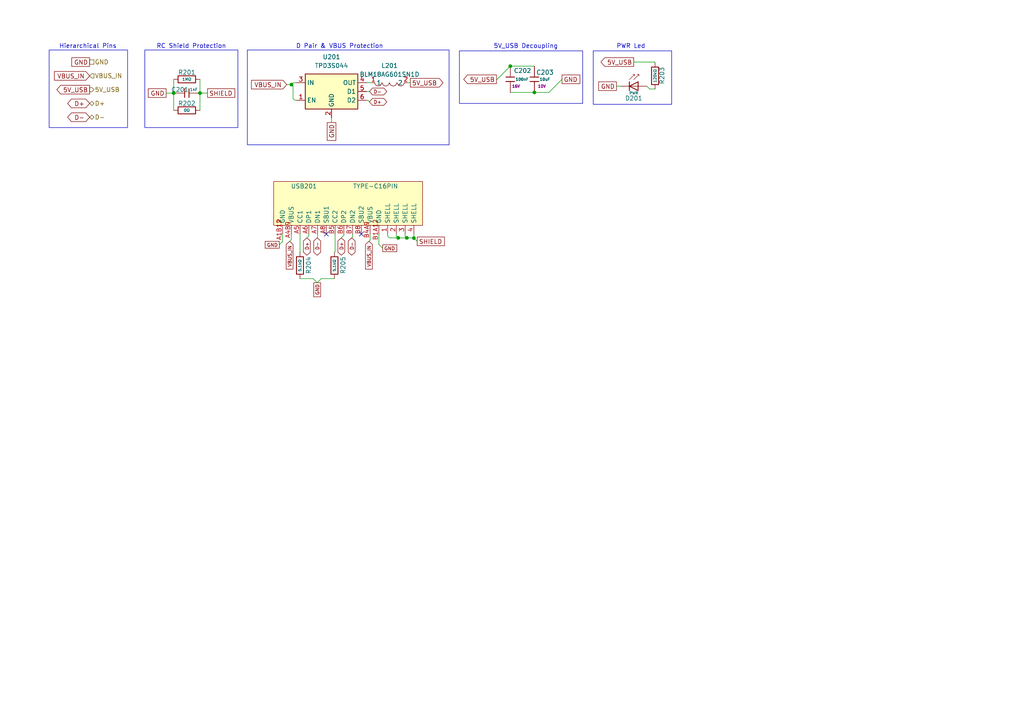
<source format=kicad_sch>
(kicad_sch (version 20250114) (generator "eeschema") (generator_version "9.0")
  (paper "A4")
  (lib_symbols
    (symbol "LCSC_Cache:BLM18AG601SN1D"
      (property "Reference" "L" (at 0 5.08 0))
      (property "Value" "BLM18AG601SN1D" (at 0 -5.08 0))
      (symbol "BLM18AG601SN1D_0_1"
        (arc (start -2.27 -0.02) (mid -3.28 -0.937) (end -4.29 -0.02))
        (arc (start -0.11 -0.02) (mid -1.12 -0.937) (end -2.13 -0.02))
        (arc (start 2.04 -0.02) (mid 1.03 -0.937) (end 0.02 -0.02))
        (arc (start 4.23 -0.02) (mid 3.22 -0.9448) (end 2.21 -0.02))
        (pin unspecified line (at -5.08 0 0) (length 0.762) (name "1") (number "1"))
        (pin unspecified line (at 5.08 0 180) (length 0.762) (name "2") (number "2"))
      )
    )
    (symbol "LCSC_Cache:TYPE-C16PIN"
      (property "Reference" "USB" (at 0 24.13 0))
      (property "Value" "TYPE-C16PIN" (at 0 -24.13 0))
      (symbol "TYPE-C16PIN_0_1"
        (rectangle (start -6.35 21.59) (end 6.35 -21.59) (fill (type background)))
        (circle (center -5.08 20.32) (radius 0.38))
        (pin unspecified line (at -8.89 19.05 0) (length 2.54) (name "GND") (number "A1B12"))
        (pin unspecified line (at -8.89 16.51 0) (length 2.54) (name "VBUS") (number "A4B9"))
        (pin unspecified line (at -8.89 13.97 0) (length 2.54) (name "CC1") (number "A5"))
        (pin unspecified line (at -8.89 11.43 0) (length 2.54) (name "DP1") (number "A6"))
        (pin unspecified line (at -8.89 8.89 0) (length 2.54) (name "DN1") (number "A7"))
        (pin unspecified line (at -8.89 6.35 0) (length 2.54) (name "SBU1") (number "A8"))
        (pin unspecified line (at -8.89 3.81 0) (length 2.54) (name "CC2") (number "B5"))
        (pin unspecified line (at -8.89 1.27 0) (length 2.54) (name "DP2") (number "B6"))
        (pin unspecified line (at -8.89 -1.27 0) (length 2.54) (name "DN2") (number "B7"))
        (pin unspecified line (at -8.89 -3.81 0) (length 2.54) (name "SBU2") (number "B8"))
        (pin unspecified line (at -8.89 -6.35 0) (length 2.54) (name "VBUS") (number "B4A9"))
        (pin unspecified line (at -8.89 -8.89 0) (length 2.54) (name "GND") (number "B1A12"))
        (pin unspecified line (at -8.89 -11.43 0) (length 2.54) (name "SHELL") (number "1"))
        (pin unspecified line (at -8.89 -13.97 0) (length 2.54) (name "SHELL") (number "2"))
        (pin unspecified line (at -8.89 -16.51 0) (length 2.54) (name "SHELL") (number "3"))
        (pin unspecified line (at -8.89 -19.05 0) (length 2.54) (name "SHELL") (number "4"))
      )
    )
    (symbol "PCM_JLCPCB-Capacitors:0402,100nF" (pin_numbers (hide yes)) (pin_names (offset 0))
      (property "Reference" "C" (at 2.032 1.668 0))
      (property "Value" "100nF" (at 2.032 -0.3782 0))
      (property "Voltage Rated" "16V" (at 2.032 -2.0462 0))
      (symbol "0402,100nF_0_1"
        (polyline (pts (xy -1.27 0.635) (xy 1.27 0.635)) (stroke (width 0.254)))
        (polyline (pts (xy -1.27 -0.635) (xy 1.27 -0.635)) (stroke (width 0.254)))
      )
      (symbol "0402,100nF_1_1"
        (pin passive line (at 0 3.81 270) (length 3.175) (name "~") (number "1"))
        (pin passive line (at 0 -3.81 90) (length 3.175) (name "~") (number "2"))
      )
    )
    (symbol "PCM_JLCPCB-Capacitors:0402,1nF" (pin_numbers (hide yes)) (pin_names (offset 0))
      (property "Reference" "C" (at 2.032 1.668 0))
      (property "Value" "1nF" (at 2.032 -0.3782 0))
      (property "Voltage Rated" "50V" (at 2.032 -2.0462 0))
      (symbol "0402,1nF_0_1"
        (polyline (pts (xy -1.27 0.635) (xy 1.27 0.635)) (stroke (width 0.254)))
        (polyline (pts (xy -1.27 -0.635) (xy 1.27 -0.635)) (stroke (width 0.254)))
      )
      (symbol "0402,1nF_1_1"
        (pin passive line (at 0 3.81 270) (length 3.175) (name "~") (number "1"))
        (pin passive line (at 0 -3.81 90) (length 3.175) (name "~") (number "2"))
      )
    )
    (symbol "PCM_JLCPCB-Capacitors:0603,10uF" (pin_numbers (hide yes)) (pin_names (offset 0))
      (property "Reference" "C" (at 2.032 1.668 0))
      (property "Value" "10uF" (at 2.032 -0.3782 0))
      (property "Voltage Rated" "10V" (at 2.032 -2.0462 0))
      (symbol "0603,10uF_0_1"
        (polyline (pts (xy -1.27 0.635) (xy 1.27 0.635)) (stroke (width 0.254)))
        (polyline (pts (xy -1.27 -0.635) (xy 1.27 -0.635)) (stroke (width 0.254)))
      )
      (symbol "0603,10uF_1_1"
        (pin passive line (at 0 3.81 270) (length 3.175) (name "~") (number "1"))
        (pin passive line (at 0 -3.81 90) (length 3.175) (name "~") (number "2"))
      )
    )
    (symbol "PCM_JLCPCB-Diodes:LED,0603,Red" (pin_numbers (hide yes)) (pin_names (offset 0))
      (property "Reference" "D" (at 2.032 0.834 0))
      (property "Value" "Red" (at 2.032 -1.2122 0))
      (symbol "LED,0603,Red_0_1"
        (polyline (pts (xy -1.905 0) (xy -3.429 1.524) (xy -3.429 1.016) (xy -3.429 1.524) (xy -2.921 1.524)) (stroke (width 0.127)))
        (polyline (pts (xy -1.905 -1.27) (xy -3.429 0.254) (xy -3.429 -0.254) (xy -3.429 0.254) (xy -2.921 0.254)) (stroke (width 0.127)))
        (polyline (pts (xy -1.27 1.27) (xy 0 -1.27) (xy 1.27 1.27) (xy -1.27 1.27)) (stroke (width 0.254)))
        (polyline (pts (xy -1.27 -1.27) (xy 1.27 -1.27)) (stroke (width 0.254)))
      )
      (symbol "LED,0603,Red_1_1"
        (pin passive line (at 0 3.81 270) (length 3.81) (name "~") (number "2"))
        (pin passive line (at 0 -3.81 90) (length 3.81) (name "~") (number "1"))
      )
    )
    (symbol "PCM_JLCPCB-Resistors:0402,0Ω" (pin_numbers (hide yes)) (pin_names (offset 0))
      (property "Reference" "R" (at 1.778 0 0))
      (property "Value" "0Ω" (at 0 0 90))
      (symbol "0402,0Ω_0_1"
        (rectangle (start -1.016 2.54) (end 1.016 -2.54) (stroke (width 0.254)))
      )
      (symbol "0402,0Ω_1_1"
        (pin passive line (at 0 3.81 270) (length 1.27) (name "~") (number "1"))
        (pin passive line (at 0 -3.81 90) (length 1.27) (name "~") (number "2"))
      )
    )
    (symbol "PCM_JLCPCB-Resistors:0402,120kΩ" (pin_numbers (hide yes)) (pin_names (offset 0))
      (property "Reference" "R" (at 1.778 0 0))
      (property "Value" "120kΩ" (at 0 0 90))
      (symbol "0402,120kΩ_0_1"
        (rectangle (start -1.016 2.54) (end 1.016 -2.54) (stroke (width 0.254)))
      )
      (symbol "0402,120kΩ_1_1"
        (pin passive line (at 0 3.81 270) (length 1.27) (name "~") (number "1"))
        (pin passive line (at 0 -3.81 90) (length 1.27) (name "~") (number "2"))
      )
    )
    (symbol "PCM_JLCPCB-Resistors:0402,1MΩ" (pin_numbers (hide yes)) (pin_names (offset 0))
      (property "Reference" "R" (at 1.778 0 0))
      (property "Value" "1MΩ" (at 0 0 90))
      (symbol "0402,1MΩ_0_1"
        (rectangle (start -1.016 2.54) (end 1.016 -2.54) (stroke (width 0.254)))
      )
      (symbol "0402,1MΩ_1_1"
        (pin passive line (at 0 3.81 270) (length 1.27) (name "~") (number "1"))
        (pin passive line (at 0 -3.81 90) (length 1.27) (name "~") (number "2"))
      )
    )
    (symbol "PCM_JLCPCB-Resistors:0402,5.1kΩ" (pin_numbers (hide yes)) (pin_names (offset 0))
      (property "Reference" "R" (at 1.778 0 0))
      (property "Value" "5.1kΩ" (at 0 0 90))
      (symbol "0402,5.1kΩ_0_1"
        (rectangle (start -1.016 2.54) (end 1.016 -2.54) (stroke (width 0.254)))
      )
      (symbol "0402,5.1kΩ_1_1"
        (pin passive line (at 0 3.81 270) (length 1.27) (name "~") (number "1"))
        (pin passive line (at 0 -3.81 90) (length 1.27) (name "~") (number "2"))
      )
    )
    (symbol "Power_Protection:TPD3S044"
      (property "Reference" "U" (at -6.35 6.35 0))
      (property "Value" "TPD3S044" (at 2.54 6.35 0))
      (symbol "TPD3S044_0_1"
        (rectangle (start -7.62 5.08) (end 7.62 -5.08) (stroke (width 0.254)) (fill (type background)))
      )
      (symbol "TPD3S044_1_1"
        (pin power_in line (at -10.16 2.54 0) (length 2.54) (name "IN") (number "3"))
        (pin input line (at -10.16 -2.54 0) (length 2.54) (name "EN") (number "1"))
        (pin power_in line (at 0 -7.62 90) (length 2.54) (name "GND") (number "2"))
        (pin passive line (at 10.16 2.54 180) (length 2.54) (name "OUT") (number "4"))
        (pin passive line (at 10.16 0 180) (length 2.54) (name "D1") (number "5"))
        (pin passive line (at 10.16 -2.54 180) (length 2.54) (name "D2") (number "6"))
      )
    )
  )
  (rectangle (start 42 14.5) (end 69 37))
  (rectangle (start 14.25 14.5) (end 37 37))
  (rectangle (start 172.06 14.75) (end 194.81 30.25))
  (rectangle (start 71.75 14.5) (end 130.25 42))
  (rectangle (start 133.25 14.75) (end 169 30))
  (text "PWR Led" (at 183 13.5 0) (effects (font (size 1.27 1.27))))
  (text "RC Shield Protection" (at 55.5 13.5 0) (effects (font (size 1.27 1.27))))
  (text "5V_USB Decoupling" (at 152.5 13.5 0) (effects (font (size 1.27 1.27))))
  (text "D Pair & VBUS Protection" (at 98.5 13.5 0) (effects (font (size 1.27 1.27))))
  (text "Hierarchical Pins" (at 25.5 13.5 0) (effects (font (size 1.27 1.27))))
  (junction (at 58 27))
  (junction (at 155 26.81))
  (junction (at 148 19.19))
  (junction (at 115.5 69))
  (junction (at 118 69))
  (junction (at 120.05 69.05))
  (junction (at 84.54 24.54))
  (junction (at 50.38 27))
  (no_connect (at 104.81 67.89))
  (no_connect (at 94.65 67.89))
  (wire (pts (xy 109.89 67.89) (xy 109.89 70.89)))
  (wire (pts (xy 120 69) (xy 120.05 69.05)))
  (wire (pts (xy 83.16 24.54) (xy 84.54 24.54)))
  (wire (pts (xy 117.51 67.89) (xy 117.51 68.51)))
  (wire (pts (xy 86 24) (xy 85.08 24)))
  (wire (pts (xy 48.19 27) (xy 50.38 27)))
  (wire (pts (xy 159.19 26.81) (xy 163 23)))
  (wire (pts (xy 87.03 73.16) (xy 87 73.19)))
  (wire (pts (xy 92.11 67.89) (xy 92.11 68.89)))
  (wire (pts (xy 107.35 67.89) (xy 107.35 69.65)))
  (wire (pts (xy 106.32 26.54) (xy 107.16 26.54)))
  (wire (pts (xy 58 27) (xy 58 32)))
  (wire (pts (xy 107.35 69.65) (xy 107 70)))
  (wire (pts (xy 99.73 68.27) (xy 99 69)))
  (wire (pts (xy 106.32 24) (xy 107.92 24)))
  (wire (pts (xy 112.43 68.43) (xy 113 69)))
  (wire (pts (xy 148 19.19) (xy 155 19.19)))
  (wire (pts (xy 118.08 24) (xy 119 24)))
  (wire (pts (xy 89.57 68.43) (xy 89 69)))
  (wire (pts (xy 96.16 34.16) (xy 96.16 35.54)))
  (wire (pts (xy 89.57 67.89) (xy 89.57 68.43)))
  (wire (pts (xy 97.19 67.89) (xy 97.19 73)))
  (wire (pts (xy 90.81 80.81) (xy 92 82)))
  (wire (pts (xy 190 25.81) (xy 188.43 25.81)))
  (wire (pts (xy 58 23) (xy 58 27)))
  (wire (pts (xy 97 80.81) (xy 93.19 80.81)))
  (wire (pts (xy 50.38 27) (xy 50.38 32)))
  (wire (pts (xy 188.43 25.81) (xy 187.62 25)))
  (wire (pts (xy 97.19 73) (xy 97 73.19)))
  (wire (pts (xy 120.05 67.89) (xy 120.05 69.05)))
  (wire (pts (xy 144.19 23) (xy 148 19.19)))
  (wire (pts (xy 114.97 68.47) (xy 115.5 69)))
  (wire (pts (xy 189.81 18) (xy 190 18.19)))
  (wire (pts (xy 85.08 24) (xy 84.54 24.54)))
  (wire (pts (xy 113 69) (xy 115.5 69)))
  (wire (pts (xy 81.95 70.05) (xy 81 71)))
  (wire (pts (xy 81.95 67.89) (xy 81.95 70.05)))
  (wire (pts (xy 106.32 29.08) (xy 106.7 29.08)))
  (wire (pts (xy 50.38 23) (xy 50.38 27)))
  (wire (pts (xy 92.11 68.89) (xy 92 69)))
  (wire (pts (xy 178.81 25) (xy 180 25)))
  (wire (pts (xy 84.49 69.51) (xy 84 70)))
  (wire (pts (xy 102.27 68.73) (xy 102 69)))
  (wire (pts (xy 115.5 69) (xy 118 69)))
  (wire (pts (xy 86 29.08) (xy 85.5 29.08)))
  (wire (pts (xy 85 28.58) (xy 85 25)))
  (wire (pts (xy 120.05 69.05) (xy 121 70)))
  (wire (pts (xy 99.73 67.89) (xy 99.73 68.27)))
  (wire (pts (xy 87.03 67.89) (xy 87.03 73.16)))
  (wire (pts (xy 148 26.81) (xy 155 26.81)))
  (wire (pts (xy 85 25) (xy 84.54 24.54)))
  (wire (pts (xy 58 27) (xy 60.19 27)))
  (wire (pts (xy 102.27 67.89) (xy 102.27 68.73)))
  (wire (pts (xy 85.5 29.08) (xy 85 28.58)))
  (wire (pts (xy 84.49 67.89) (xy 84.49 69.51)))
  (wire (pts (xy 106.7 29.08) (xy 107.16 29.54)))
  (wire (pts (xy 87 80.81) (xy 90.81 80.81)))
  (wire (pts (xy 155 26.81) (xy 159.19 26.81)))
  (wire (pts (xy 114.97 67.89) (xy 114.97 68.47)))
  (wire (pts (xy 118 69) (xy 120 69)))
  (wire (pts (xy 112.43 67.89) (xy 112.43 68.43)))
  (wire (pts (xy 117.51 68.51) (xy 118 69)))
  (wire (pts (xy 144 23) (xy 144.19 23)))
  (wire (pts (xy 109.89 70.89) (xy 111 72)))
  (wire (pts (xy 93.19 80.81) (xy 92 82)))
  (wire (pts (xy 183.81 18) (xy 189.81 18)))
  (global_label "D-" (shape bidirectional) (at 107.16 26.54 0) (effects (font (size 1 1))) (property "Intersheetrefs" "${INTERSHEET_REFS}" (effects (hide yes))))
  (global_label "VBUS_IN" (shape input) (at 107 70 270) (effects (font (size 1 1))) (property "Intersheetrefs" "${INTERSHEET_REFS}" (effects (hide yes))))
  (global_label "VBUS_IN" (shape input) (at 84 70 270) (effects (font (size 1 1))) (property "Intersheetrefs" "${INTERSHEET_REFS}" (effects (hide yes))))
  (global_label "D+" (shape bidirectional) (at 26 30 180) (property "Intersheetrefs" "${INTERSHEET_REFS}" (effects (hide yes))))
  (global_label "SHIELD" (shape passive) (at 60.19 27 0) (property "Intersheetrefs" "${INTERSHEET_REFS}" (effects (hide yes))))
  (global_label "5V_USB" (shape output) (at 144 23 180) (property "Intersheetrefs" "${INTERSHEET_REFS}" (effects (hide yes))))
  (global_label "D+" (shape bidirectional) (at 107.16 29.54 0) (effects (font (size 1 1))) (property "Intersheetrefs" "${INTERSHEET_REFS}" (effects (hide yes))))
  (global_label "GND" (shape passive) (at 111 72 0) (effects (font (size 1 1))) (property "Intersheetrefs" "${INTERSHEET_REFS}" (effects (hide yes))))
  (global_label "GND" (shape passive) (at 163 23 0) (property "Intersheetrefs" "${INTERSHEET_REFS}" (effects (hide yes))))
  (global_label "GND" (shape passive) (at 96.16 35.54 270) (property "Intersheetrefs" "${INTERSHEET_REFS}" (effects (hide yes))))
  (global_label "GND" (shape passive) (at 81 71 180) (effects (font (size 1 1))) (property "Intersheetrefs" "${INTERSHEET_REFS}" (effects (hide yes))))
  (global_label "D-" (shape bidirectional) (at 26 34 180) (property "Intersheetrefs" "${INTERSHEET_REFS}" (effects (hide yes))))
  (global_label "GND" (shape passive) (at 26 18 180) (property "Intersheetrefs" "${INTERSHEET_REFS}" (effects (hide yes))))
  (global_label "SHIELD" (shape passive) (at 121 70 0) (property "Intersheetrefs" "${INTERSHEET_REFS}" (effects (hide yes))))
  (global_label "5V_USB" (shape output) (at 26 26 180) (property "Intersheetrefs" "${INTERSHEET_REFS}" (effects (hide yes))))
  (global_label "VBUS_IN" (shape input) (at 26 22 180) (property "Intersheetrefs" "${INTERSHEET_REFS}" (effects (hide yes))))
  (global_label "D-" (shape bidirectional) (at 92 69 270) (effects (font (size 1 1))) (property "Intersheetrefs" "${INTERSHEET_REFS}" (effects (hide yes))))
  (global_label "GND" (shape passive) (at 178.81 25 180) (property "Intersheetrefs" "${INTERSHEET_REFS}" (effects (hide yes))))
  (global_label "5V_USB" (shape output) (at 119 24 0) (property "Intersheetrefs" "${INTERSHEET_REFS}" (effects (hide yes))))
  (global_label "5V_USB" (shape output) (at 183.81 18 180) (property "Intersheetrefs" "${INTERSHEET_REFS}" (effects (hide yes))))
  (global_label "D+" (shape bidirectional) (at 99 69 270) (effects (font (size 1 1))) (property "Intersheetrefs" "${INTERSHEET_REFS}" (effects (hide yes))))
  (global_label "GND" (shape passive) (at 48.19 27 180) (property "Intersheetrefs" "${INTERSHEET_REFS}" (effects (hide yes))))
  (global_label "D+" (shape bidirectional) (at 89 69 270) (effects (font (size 1 1))) (property "Intersheetrefs" "${INTERSHEET_REFS}" (effects (hide yes))))
  (global_label "VBUS_IN" (shape input) (at 83.16 24.54 180) (property "Intersheetrefs" "${INTERSHEET_REFS}" (effects (hide yes))))
  (global_label "D-" (shape bidirectional) (at 102 69 270) (effects (font (size 1 1))) (property "Intersheetrefs" "${INTERSHEET_REFS}" (effects (hide yes))))
  (global_label "GND" (shape passive) (at 92 82 270) (effects (font (size 1 1))) (property "Intersheetrefs" "${INTERSHEET_REFS}" (effects (hide yes))))
  (hierarchical_label "5V_USB" (shape output) (at 26 26 0))
  (hierarchical_label "D+" (shape bidirectional) (at 26 30 0))
  (hierarchical_label "GND" (shape passive) (at 26 18 0))
  (hierarchical_label "VBUS_IN" (shape input) (at 26 22 0))
  (hierarchical_label "D-" (shape bidirectional) (at 26 34 0))
  (symbol (lib_id "PCM_JLCPCB-Resistors:0402,5.1kΩ") (at 97 77 0) (unit 1)
    (property "Reference" "R205" (at 99.5 79.5 90) (effects (justify left)))
    (property "Value" "5.1kΩ" (at 97 77 90) (effects (font (size 0.8 0.8))))
    (property "Footprint" "PCM_JLCPCB:R_0402" (effects (hide yes)))
    (property "Datasheet" "https://www.lcsc.com/datasheet/lcsc_datasheet_2206010045_UNI-ROYAL-Uniroyal-Elec-0402WGF5101TCE_C25905.pdf" (effects (hide yes)))
    (property "Description" "62.5mW Thick Film Resistors 50V ±100ppm/°C ±1% 5.1kΩ 0402 Chip Resistor - Surface Mount ROHS" (effects (hide yes)))
    (property "LCSC" "C25905" (effects (hide yes)))
    (property "Stock" "3534773" (effects (hide yes)))
    (property "Price" "0.004USD" (effects (hide yes)))
    (property "Process" "SMT" (effects (hide yes)))
    (property "Minimum Qty" "20" (effects (hide yes)))
    (property "Attrition Qty" "10" (effects (hide yes)))
    (property "Class" "Basic Component" (effects (hide yes)))
    (property "Category" "Resistors,Chip Resistor - Surface Mount" (effects (hide yes)))
    (property "Manufacturer" "UNI-ROYAL(Uniroyal Elec)" (effects (hide yes)))
    (property "Part" "0402WGF5101TCE" (effects (hide yes)))
    (property "Resistance" "5.1kΩ" (effects (hide yes)))
    (property "Power(Watts)" "62.5mW" (effects (hide yes)))
    (property "Type" "Thick Film Resistors" (effects (hide yes)))
    (property "Overload Voltage (Max)" "50V" (effects (hide yes)))
    (property "Operating Temperature Range" "-55°C~+155°C" (effects (hide yes)))
    (property "Tolerance" "±1%" (effects (hide yes)))
    (property "Temperature Coefficient" "±100ppm/°C" (effects (hide yes)))
  )
  (symbol (lib_id "PCM_JLCPCB-Resistors:0402,1MΩ") (at 54.19 23 90) (unit 1)
    (property "Reference" "R201" (at 54.19 21 90))
    (property "Value" "1MΩ" (at 54.19 23 90) (effects (font (size 0.8 0.8))))
    (property "Footprint" "PCM_JLCPCB:R_0402" (effects (hide yes)))
    (property "Datasheet" "https://www.lcsc.com/datasheet/lcsc_datasheet_2206010030_UNI-ROYAL-Uniroyal-Elec-0402WGF1004TCE_C26083.pdf" (effects (hide yes)))
    (property "Description" "62.5mW Thick Film Resistors 50V ±100ppm/°C ±1% 1MΩ 0402 Chip Resistor - Surface Mount ROHS" (effects (hide yes)))
    (property "LCSC" "C26083" (effects (hide yes)))
    (property "Stock" "2969173" (effects (hide yes)))
    (property "Price" "0.004USD" (effects (hide yes)))
    (property "Process" "SMT" (effects (hide yes)))
    (property "Minimum Qty" "20" (effects (hide yes)))
    (property "Attrition Qty" "10" (effects (hide yes)))
    (property "Class" "Basic Component" (effects (hide yes)))
    (property "Category" "Resistors,Chip Resistor - Surface Mount" (effects (hide yes)))
    (property "Manufacturer" "UNI-ROYAL(Uniroyal Elec)" (effects (hide yes)))
    (property "Part" "0402WGF1004TCE" (effects (hide yes)))
    (property "Resistance" "1MΩ" (effects (hide yes)))
    (property "Power(Watts)" "62.5mW" (effects (hide yes)))
    (property "Type" "Thick Film Resistors" (effects (hide yes)))
    (property "Overload Voltage (Max)" "50V" (effects (hide yes)))
    (property "Operating Temperature Range" "-55°C~+155°C" (effects (hide yes)))
    (property "Tolerance" "±1%" (effects (hide yes)))
    (property "Temperature Coefficient" "±100ppm/°C" (effects (hide yes)))
  )
  (symbol (lib_id "PCM_JLCPCB-Resistors:0402,120kΩ") (at 190 22 0) (unit 1)
    (property "Reference" "R203" (at 192 24.5 90) (effects (justify left)))
    (property "Value" "120kΩ" (at 190 22 90) (effects (font (size 0.8 0.8))))
    (property "Footprint" "PCM_JLCPCB:R_0402" (effects (hide yes)))
    (property "Datasheet" "https://www.lcsc.com/datasheet/lcsc_datasheet_2206010100_UNI-ROYAL-Uniroyal-Elec-0402WGF1203TCE_C25750.pdf" (effects (hide yes)))
    (property "Description" "62.5mW Thick Film Resistors 50V ±100ppm/°C ±1% 120kΩ 0402 Chip Resistor - Surface Mount ROHS" (effects (hide yes)))
    (property "LCSC" "C25750" (effects (hide yes)))
    (property "Stock" "278904" (effects (hide yes)))
    (property "Price" "0.004USD" (effects (hide yes)))
    (property "Process" "SMT" (effects (hide yes)))
    (property "Minimum Qty" "20" (effects (hide yes)))
    (property "Attrition Qty" "10" (effects (hide yes)))
    (property "Class" "Preferred Component" (effects (hide yes)))
    (property "Category" "Resistors,Chip Resistor - Surface Mount" (effects (hide yes)))
    (property "Manufacturer" "UNI-ROYAL(Uniroyal Elec)" (effects (hide yes)))
    (property "Part" "0402WGF1203TCE" (effects (hide yes)))
    (property "Resistance" "120kΩ" (effects (hide yes)))
    (property "Power(Watts)" "62.5mW" (effects (hide yes)))
    (property "Type" "Thick Film Resistors" (effects (hide yes)))
    (property "Overload Voltage (Max)" "50V" (effects (hide yes)))
    (property "Operating Temperature Range" "-55°C~+155°C" (effects (hide yes)))
    (property "Tolerance" "±1%" (effects (hide yes)))
    (property "Temperature Coefficient" "±100ppm/°C" (effects (hide yes)))
  )
  (symbol (lib_id "PCM_JLCPCB-Capacitors:0603,10uF") (at 155 23 0) (unit 1)
    (property "Reference" "C203" (at 155.5 21 0) (effects (justify left)))
    (property "Value" "10uF" (at 156.5 23 0) (effects (font (size 0.8 0.8)) (justify left)))
    (property "Footprint" "PCM_JLCPCB:C_0603" (effects (hide yes)))
    (property "Datasheet" "https://www.lcsc.com/datasheet/lcsc_datasheet_2304140030_Samsung-Electro-Mechanics-CL10A106KP8NNNC_C19702.pdf" (effects (hide yes)))
    (property "Description" "10V 10uF X5R ±10% 0603 Multilayer Ceramic Capacitors MLCC - SMD/SMT ROHS" (effects (hide yes)))
    (property "LCSC" "C19702" (effects (hide yes)))
    (property "Stock" "9881407" (effects (hide yes)))
    (property "Price" "0.009USD" (effects (hide yes)))
    (property "Process" "SMT" (effects (hide yes)))
    (property "Minimum Qty" "20" (effects (hide yes)))
    (property "Attrition Qty" "10" (effects (hide yes)))
    (property "Class" "Basic Component" (effects (hide yes)))
    (property "Category" "Capacitors,Multilayer Ceramic Capacitors MLCC - SMD/SMT" (effects (hide yes)))
    (property "Manufacturer" "Samsung Electro-Mechanics" (effects (hide yes)))
    (property "Part" "CL10A106KP8NNNC" (effects (hide yes)))
    (property "Voltage Rated" "10V" (at 156 25 0) (effects (font (size 0.8 0.8)) (justify left)))
    (property "Tolerance" "±10%" (effects (hide yes)))
    (property "Capacitance" "10uF" (effects (hide yes)))
    (property "Temperature Coefficient" "X5R" (effects (hide yes)))
  )
  (symbol (lib_id "PCM_JLCPCB-Resistors:0402,0Ω") (at 54.19 32 90) (unit 1)
    (property "Reference" "R202" (at 54.19 30 90))
    (property "Value" "0Ω" (at 54.19 32 90) (effects (font (size 0.8 0.8))))
    (property "Footprint" "PCM_JLCPCB:R_0402" (effects (hide yes)))
    (property "Datasheet" "https://www.lcsc.com/datasheet/lcsc_datasheet_2206010216_UNI-ROYAL-Uniroyal-Elec-0402WGF0000TCE_C17168.pdf" (effects (hide yes)))
    (property "Description" "62.5mW Thick Film Resistors 50V ±800ppm/°C ±1% 0Ω 0402 Chip Resistor - Surface Mount ROHS" (effects (hide yes)))
    (property "LCSC" "C17168" (effects (hide yes)))
    (property "Stock" "9510686" (effects (hide yes)))
    (property "Price" "0.004USD" (effects (hide yes)))
    (property "Process" "SMT" (effects (hide yes)))
    (property "Minimum Qty" "20" (effects (hide yes)))
    (property "Attrition Qty" "10" (effects (hide yes)))
    (property "Class" "Basic Component" (effects (hide yes)))
    (property "Category" "Resistors,Chip Resistor - Surface Mount" (effects (hide yes)))
    (property "Manufacturer" "UNI-ROYAL(Uniroyal Elec)" (effects (hide yes)))
    (property "Part" "0402WGF0000TCE" (effects (hide yes)))
    (property "Resistance" "0Ω" (effects (hide yes)))
    (property "Power(Watts)" "62.5mW" (effects (hide yes)))
    (property "Type" "Thick Film Resistors" (effects (hide yes)))
    (property "Overload Voltage (Max)" "50V" (effects (hide yes)))
    (property "Operating Temperature Range" "-55°C~+155°C" (effects (hide yes)))
    (property "Tolerance" "±1%" (effects (hide yes)))
    (property "Temperature Coefficient" "±800ppm/°C" (effects (hide yes)))
  )
  (symbol (lib_id "PCM_JLCPCB-Capacitors:0402,100nF") (at 148 23 0) (unit 1)
    (property "Reference" "C202" (at 149 20.5 0) (effects (justify left)))
    (property "Value" "100nF" (at 149.5 23 0) (effects (font (size 0.8 0.8)) (justify left)))
    (property "Footprint" "PCM_JLCPCB:C_0402" (effects (hide yes)))
    (property "Datasheet" "https://www.lcsc.com/datasheet/lcsc_datasheet_2304140030_Samsung-Electro-Mechanics-CL05B104KO5NNNC_C1525.pdf" (effects (hide yes)))
    (property "Description" "16V 100nF X7R ±10% 0402 Multilayer Ceramic Capacitors MLCC - SMD/SMT ROHS" (effects (hide yes)))
    (property "LCSC" "C1525" (effects (hide yes)))
    (property "Stock" "20208285" (effects (hide yes)))
    (property "Price" "0.004USD" (effects (hide yes)))
    (property "Process" "SMT" (effects (hide yes)))
    (property "Minimum Qty" "20" (effects (hide yes)))
    (property "Attrition Qty" "10" (effects (hide yes)))
    (property "Class" "Basic Component" (effects (hide yes)))
    (property "Category" "Capacitors,Multilayer Ceramic Capacitors MLCC - SMD/SMT" (effects (hide yes)))
    (property "Manufacturer" "Samsung Electro-Mechanics" (effects (hide yes)))
    (property "Part" "CL05B104KO5NNNC" (effects (hide yes)))
    (property "Voltage Rated" "16V" (at 148.5 25 0) (effects (font (size 0.8 0.8)) (justify left)))
    (property "Tolerance" "±10%" (effects (hide yes)))
    (property "Capacitance" "100nF" (effects (hide yes)))
    (property "Temperature Coefficient" "X7R" (effects (hide yes)))
  )
  (symbol (lib_id "LCSC_Cache:BLM18AG601SN1D") (at 113 24 0) (unit 1)
    (property "Reference" "L201" (at 113 19.05 0))
    (property "Value" "BLM18AG601SN1D" (at 113 21.59 0))
    (property "Footprint" "easyeda2kicad:L0603" (effects (hide yes)))
    (property "Datasheet" "https://lcsc.com/product-detail/Ferrite-Beads-And-Chips_muRata_BLM18AG601SN1D_600R-25_C19330.html" (effects (hide yes)))
    (property "LCSC Part" "C19330" (effects (hide yes)))
  )
  (symbol (lib_id "PCM_JLCPCB-Capacitors:0402,1nF") (at 54.19 27 90) (unit 1)
    (property "Reference" "C201" (at 52.19 26 90))
    (property "Value" "1nF" (at 56.19 26 90) (effects (font (size 0.8 0.8))))
    (property "Footprint" "PCM_JLCPCB:C_0402" (effects (hide yes)))
    (property "Datasheet" "https://www.lcsc.com/datasheet/lcsc_datasheet_2304140030_FH--Guangdong-Fenghua-Advanced-Tech-0402B102K500NT_C1523.pdf" (effects (hide yes)))
    (property "Description" "50V 1nF X7R ±10% 0402 Multilayer Ceramic Capacitors MLCC - SMD/SMT ROHS" (effects (hide yes)))
    (property "LCSC" "C1523" (effects (hide yes)))
    (property "Stock" "4702397" (effects (hide yes)))
    (property "Price" "0.004USD" (effects (hide yes)))
    (property "Process" "SMT" (effects (hide yes)))
    (property "Minimum Qty" "20" (effects (hide yes)))
    (property "Attrition Qty" "10" (effects (hide yes)))
    (property "Class" "Basic Component" (effects (hide yes)))
    (property "Category" "Capacitors,Multilayer Ceramic Capacitors MLCC - SMD/SMT" (effects (hide yes)))
    (property "Manufacturer" "FH(Guangdong Fenghua Advanced Tech)" (effects (hide yes)))
    (property "Part" "0402B102K500NT" (effects (hide yes)))
    (property "Voltage Rated" "50V" (effects (hide yes)))
    (property "Tolerance" "±10%" (effects (hide yes)))
    (property "Capacitance" "1nF" (effects (hide yes)))
    (property "Temperature Coefficient" "X7R" (effects (hide yes)))
  )
  (symbol (lib_id "PCM_JLCPCB-Diodes:LED,0603,Red") (at 183.81 25 270) (unit 1)
    (property "Reference" "D201" (at 183.81 28.5 90))
    (property "Value" "PWR" (at 183.81 27 90) (effects (font (size 0.8 0.8))))
    (property "Footprint" "PCM_JLCPCB:D_0603" (effects (hide yes)))
    (property "Datasheet" "https://www.lcsc.com/datasheet/lcsc_datasheet_1810231112_Hubei-KENTO-Elec-KT-0603R_C2286.pdf" (effects (hide yes)))
    (property "Description" "-40°C~+85°C Red 0603 LED Indication - Discrete ROHS" (effects (hide yes)))
    (property "LCSC" "C2286" (effects (hide yes)))
    (property "Stock" "5373336" (effects (hide yes)))
    (property "Price" "0.009USD" (effects (hide yes)))
    (property "Process" "SMT" (effects (hide yes)))
    (property "Minimum Qty" "20" (effects (hide yes)))
    (property "Attrition Qty" "10" (effects (hide yes)))
    (property "Class" "Basic Component" (effects (hide yes)))
    (property "Category" "Optocouplers & LEDs & Infrared,Light Emitting Diodes (LED)" (effects (hide yes)))
    (property "Manufacturer" "Hubei KENTO Elec" (effects (hide yes)))
    (property "Part" "KT-0603R" (effects (hide yes)))
  )
  (symbol (lib_id "LCSC_Cache:TYPE-C16PIN") (at 101 59 90) (unit 1)
    (property "Reference" "USB201" (at 92 54 90) (effects (justify left)))
    (property "Value" "TYPE-C16PIN" (at 115.5 54 90) (effects (justify left)))
    (property "Footprint" "LCSC_Cache:USB-C-SMD_TYPE-C16PIN" (effects (hide yes)))
    (property "Datasheet" "https://lcsc.com/product-detail/USB-Connectors_SHOU-HAN-TYPE-C16PIN_C393939.html" (effects (hide yes)))
    (property "LCSC Part" "C393939" (effects (hide yes)))
  )
  (symbol (lib_id "Power_Protection:TPD3S044") (at 96.16 26.54 0) (unit 1)
    (property "Reference" "U201" (at 96.16 16.51 0))
    (property "Value" "TPD3S044" (at 96.16 19.05 0))
    (property "Footprint" "Package_TO_SOT_SMD:SOT-23-6" (effects (hide yes)))
    (property "Datasheet" "http://www.ti.com/lit/ds/symlink/tpd3s014.pdf" (effects (hide yes)))
    (property "Description" "Current Limit Switch and D+/D– ESD Protection for USB Host Port, 1.5A, SOT-23-6" (effects (hide yes)))
    (property "LCSC" "C2155670" (effects (hide yes)))
  )
  (symbol (lib_id "PCM_JLCPCB-Resistors:0402,5.1kΩ") (at 87 77 0) (unit 1)
    (property "Reference" "R204" (at 89.5 79.5 90) (effects (justify left)))
    (property "Value" "5.1kΩ" (at 87 77 90) (effects (font (size 0.8 0.8))))
    (property "Footprint" "PCM_JLCPCB:R_0402" (effects (hide yes)))
    (property "Datasheet" "https://www.lcsc.com/datasheet/lcsc_datasheet_2206010045_UNI-ROYAL-Uniroyal-Elec-0402WGF5101TCE_C25905.pdf" (effects (hide yes)))
    (property "Description" "62.5mW Thick Film Resistors 50V ±100ppm/°C ±1% 5.1kΩ 0402 Chip Resistor - Surface Mount ROHS" (effects (hide yes)))
    (property "LCSC" "C25905" (effects (hide yes)))
    (property "Stock" "3534773" (effects (hide yes)))
    (property "Price" "0.004USD" (effects (hide yes)))
    (property "Process" "SMT" (effects (hide yes)))
    (property "Minimum Qty" "20" (effects (hide yes)))
    (property "Attrition Qty" "10" (effects (hide yes)))
    (property "Class" "Basic Component" (effects (hide yes)))
    (property "Category" "Resistors,Chip Resistor - Surface Mount" (effects (hide yes)))
    (property "Manufacturer" "UNI-ROYAL(Uniroyal Elec)" (effects (hide yes)))
    (property "Part" "0402WGF5101TCE" (effects (hide yes)))
    (property "Resistance" "5.1kΩ" (effects (hide yes)))
    (property "Power(Watts)" "62.5mW" (effects (hide yes)))
    (property "Type" "Thick Film Resistors" (effects (hide yes)))
    (property "Overload Voltage (Max)" "50V" (effects (hide yes)))
    (property "Operating Temperature Range" "-55°C~+155°C" (effects (hide yes)))
    (property "Tolerance" "±1%" (effects (hide yes)))
    (property "Temperature Coefficient" "±100ppm/°C" (effects (hide yes)))
  )
)
</source>
